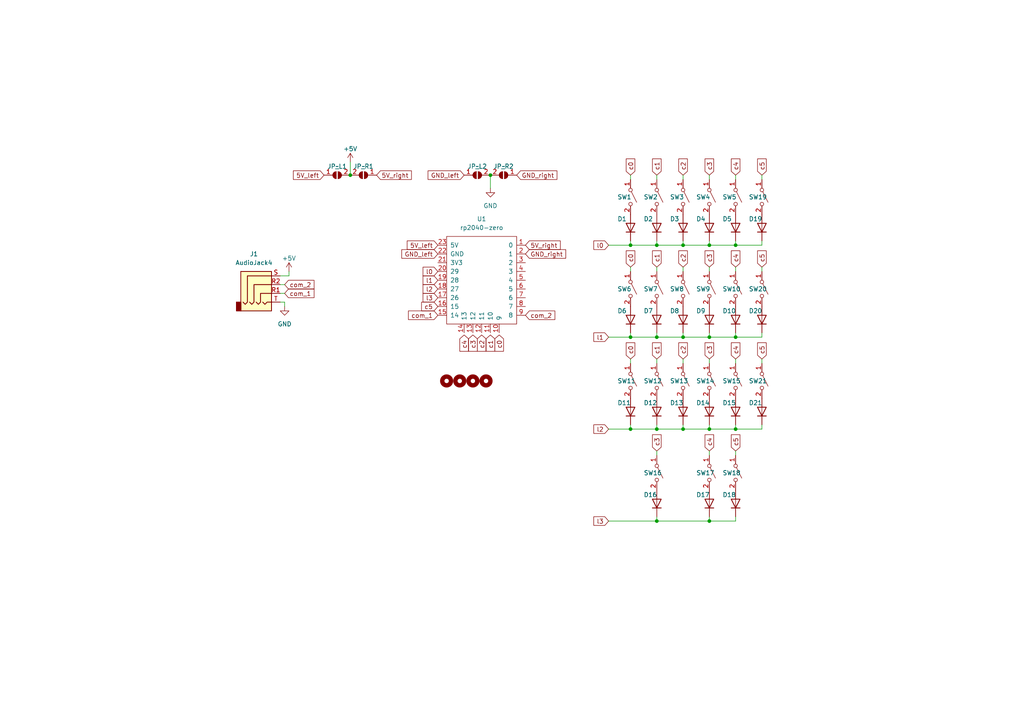
<source format=kicad_sch>
(kicad_sch (version 20230121) (generator eeschema)
  (paper "A4")
  (lib_symbols
    (symbol "Connector_Audio:AudioJack4"
      (property "Reference" "J" (at 0 8.89 0))
      (property "Value" "AudioJack4" (at 0 6.35 0))
      (symbol "AudioJack4_0_1"
        (rectangle (start -6.35 -5.08) (end -7.62 -7.62) (stroke (width 0.254)) (fill (type outline)))
        (polyline (pts (xy 0 -5.08) (xy 0.635 -5.715) (xy 1.27 -5.08) (xy 2.54 -5.08)) (stroke (width 0.254)))
        (polyline (pts (xy -5.715 -5.08) (xy -5.08 -5.715) (xy -4.445 -5.08) (xy -4.445 2.54) (xy 2.54 2.54)) (stroke (width 0.254)))
        (polyline (pts (xy -1.905 -5.08) (xy -1.27 -5.715) (xy -0.635 -5.08) (xy -0.635 -2.54) (xy 2.54 -2.54)) (stroke (width 0.254)))
        (polyline (pts (xy 2.54 0) (xy -2.54 0) (xy -2.54 -5.08) (xy -3.175 -5.715) (xy -3.81 -5.08)) (stroke (width 0.254)))
        (rectangle (start 2.54 3.81) (end -6.35 -7.62) (stroke (width 0.254)) (fill (type background)))
      )
      (symbol "AudioJack4_1_1"
        (pin passive line (at 5.08 -2.54 180) (length 2.54) (name "~") (number "R1"))
        (pin passive line (at 5.08 0 180) (length 2.54) (name "~") (number "R2"))
        (pin passive line (at 5.08 2.54 180) (length 2.54) (name "~") (number "S"))
        (pin passive line (at 5.08 -5.08 180) (length 2.54) (name "~") (number "T"))
      )
    )
    (symbol "Diode:1N4148" (pin_numbers hide) (pin_names hide)
      (property "Reference" "D" (at 0 2.54 0))
      (property "Value" "1N4148" (at 0 -2.54 0))
      (symbol "1N4148_0_1"
        (polyline (pts (xy -1.27 1.27) (xy -1.27 -1.27)) (stroke (width 0.254)))
        (polyline (pts (xy 1.27 0) (xy -1.27 0)))
        (polyline (pts (xy 1.27 1.27) (xy 1.27 -1.27) (xy -1.27 0) (xy 1.27 1.27)) (stroke (width 0.254)))
      )
      (symbol "1N4148_1_1"
        (pin passive line (at -3.81 0 0) (length 2.54) (name "K") (number "1"))
        (pin passive line (at 3.81 0 180) (length 2.54) (name "A") (number "2"))
      )
    )
    (symbol "Jumper:SolderJumper_2_Open" (pin_names (offset 0) hide)
      (property "Reference" "JP" (at 0 2.032 0))
      (property "Value" "SolderJumper_2_Open" (at 0 -2.54 0))
      (symbol "SolderJumper_2_Open_0_1"
        (arc (start -0.254 1.016) (mid -1.2656 0) (end -0.254 -1.016))
        (arc (start -0.254 1.016) (mid -1.2656 0) (end -0.254 -1.016) (fill (type outline)))
        (polyline (pts (xy -0.254 1.016) (xy -0.254 -1.016)))
        (polyline (pts (xy 0.254 1.016) (xy 0.254 -1.016)))
        (arc (start 0.254 -1.016) (mid 1.2656 0) (end 0.254 1.016))
        (arc (start 0.254 -1.016) (mid 1.2656 0) (end 0.254 1.016) (fill (type outline)))
      )
      (symbol "SolderJumper_2_Open_1_1"
        (pin passive line (at -3.81 0 0) (length 2.54) (name "A") (number "1"))
        (pin passive line (at 3.81 0 180) (length 2.54) (name "B") (number "2"))
      )
    )
    (symbol "Mechanical:MountingHole" (pin_names (offset 1.016))
      (property "Reference" "H" (at 0 5.08 0))
      (property "Value" "MountingHole" (at 0 3.175 0))
      (symbol "MountingHole_0_1"
        (circle (center 0 0) (radius 1.27) (stroke (width 1.27)))
      )
    )
    (symbol "Switch:SW_SPST" (pin_names (offset 0) hide)
      (property "Reference" "SW" (at 0 3.175 0))
      (property "Value" "SW_SPST" (at 0 -2.54 0))
      (symbol "SW_SPST_0_0"
        (circle (center -2.032 0) (radius 0.508))
        (polyline (pts (xy -1.524 0.254) (xy 1.524 1.778)))
        (circle (center 2.032 0) (radius 0.508))
      )
      (symbol "SW_SPST_1_1"
        (pin passive line (at -5.08 0 0) (length 2.54) (name "A") (number "1"))
        (pin passive line (at 5.08 0 180) (length 2.54) (name "B") (number "2"))
      )
    )
    (symbol "mcu:rp2040-zero" (pin_names (offset 1.016))
      (property "Reference" "U" (at 0 15.24 0))
      (property "Value" "rp2040-zero" (at 0 12.7 0))
      (symbol "rp2040-zero_0_1"
        (rectangle (start -10.16 11.43) (end 10.16 -13.97))
      )
      (symbol "rp2040-zero_1_1"
        (pin bidirectional line (at 12.7 8.89 180) (length 2.54) (name "0") (number "1"))
        (pin bidirectional line (at 5.08 -16.51 90) (length 2.54) (name "9") (number "10"))
        (pin bidirectional line (at 2.54 -16.51 90) (length 2.54) (name "10") (number "11"))
        (pin bidirectional line (at 0 -16.51 90) (length 2.54) (name "11") (number "12"))
        (pin bidirectional line (at -2.54 -16.51 90) (length 2.54) (name "12") (number "13"))
        (pin bidirectional line (at -5.08 -16.51 90) (length 2.54) (name "13") (number "14"))
        (pin bidirectional line (at -12.7 -11.43 0) (length 2.54) (name "14") (number "15"))
        (pin bidirectional line (at -12.7 -8.89 0) (length 2.54) (name "15") (number "16"))
        (pin bidirectional line (at -12.7 -6.35 0) (length 2.54) (name "26") (number "17"))
        (pin bidirectional line (at -12.7 -3.81 0) (length 2.54) (name "27") (number "18"))
        (pin bidirectional line (at -12.7 -1.27 0) (length 2.54) (name "28") (number "19"))
        (pin bidirectional line (at 12.7 6.35 180) (length 2.54) (name "1") (number "2"))
        (pin bidirectional line (at -12.7 1.27 0) (length 2.54) (name "29") (number "20"))
        (pin power_out line (at -12.7 3.81 0) (length 2.54) (name "3V3") (number "21"))
        (pin power_out line (at -12.7 6.35 0) (length 2.54) (name "GND") (number "22"))
        (pin power_out line (at -12.7 8.89 0) (length 2.54) (name "5V") (number "23"))
        (pin bidirectional line (at 12.7 3.81 180) (length 2.54) (name "2") (number "3"))
        (pin bidirectional line (at 12.7 1.27 180) (length 2.54) (name "3") (number "4"))
        (pin bidirectional line (at 12.7 -1.27 180) (length 2.54) (name "4") (number "5"))
        (pin bidirectional line (at 12.7 -3.81 180) (length 2.54) (name "5") (number "6"))
        (pin bidirectional line (at 12.7 -6.35 180) (length 2.54) (name "6") (number "7"))
        (pin bidirectional line (at 12.7 -8.89 180) (length 2.54) (name "7") (number "8"))
        (pin bidirectional line (at 12.7 -11.43 180) (length 2.54) (name "8") (number "9"))
      )
    )
    (symbol "power:+5V" (power) (pin_names (offset 0))
      (property "Value" "+5V" (at 0 3.556 0))
      (symbol "+5V_0_1"
        (polyline (pts (xy -0.762 1.27) (xy 0 2.54)))
        (polyline (pts (xy 0 0) (xy 0 2.54)))
        (polyline (pts (xy 0 2.54) (xy 0.762 1.27)))
      )
      (symbol "+5V_1_1"
        (pin power_in line (at 0 0 90) (length 0) hide (name "+5V") (number "1"))
      )
    )
    (symbol "power:GND" (power) (pin_names (offset 0))
      (property "Value" "GND" (at 0 -3.81 0))
      (symbol "GND_0_1"
        (polyline (pts (xy 0 0) (xy 0 -1.27) (xy 1.27 -1.27) (xy 0 -2.54) (xy -1.27 -1.27) (xy 0 -1.27)))
      )
      (symbol "GND_1_1"
        (pin power_in line (at 0 0 270) (length 0) hide (name "GND") (number "1"))
      )
    )
  )
  (junction (at 198.12 71.12))
  (junction (at 213.36 97.79))
  (junction (at 142.24 50.8))
  (junction (at 213.36 71.12))
  (junction (at 190.5 124.46))
  (junction (at 198.12 97.79))
  (junction (at 213.36 124.46))
  (junction (at 190.5 151.13))
  (junction (at 190.5 71.12))
  (junction (at 182.88 124.46))
  (junction (at 205.74 97.79))
  (junction (at 198.12 124.46))
  (junction (at 205.74 71.12))
  (junction (at 101.6 50.8))
  (junction (at 205.74 151.13))
  (junction (at 205.74 124.46))
  (junction (at 182.88 97.79))
  (junction (at 190.5 97.79))
  (junction (at 182.88 71.12))
  (wire (pts (xy 205.74 71.12) (xy 213.36 71.12)))
  (wire (pts (xy 198.12 50.8) (xy 198.12 52.07)))
  (wire (pts (xy 176.53 151.13) (xy 190.5 151.13)))
  (wire (pts (xy 205.74 124.46) (xy 213.36 124.46)))
  (wire (pts (xy 213.36 149.86) (xy 213.36 151.13)))
  (wire (pts (xy 182.88 97.79) (xy 190.5 97.79)))
  (wire (pts (xy 198.12 69.85) (xy 198.12 71.12)))
  (wire (pts (xy 83.82 80.01) (xy 81.28 80.01)))
  (wire (pts (xy 182.88 69.85) (xy 182.88 71.12)))
  (wire (pts (xy 101.6 46.99) (xy 101.6 50.8)))
  (wire (pts (xy 220.98 77.47) (xy 220.98 78.74)))
  (wire (pts (xy 205.74 50.8) (xy 205.74 52.07)))
  (wire (pts (xy 190.5 97.79) (xy 198.12 97.79)))
  (wire (pts (xy 213.36 96.52) (xy 213.36 97.79)))
  (wire (pts (xy 205.74 69.85) (xy 205.74 71.12)))
  (wire (pts (xy 205.74 151.13) (xy 213.36 151.13)))
  (wire (pts (xy 198.12 123.19) (xy 198.12 124.46)))
  (wire (pts (xy 190.5 77.47) (xy 190.5 78.74)))
  (wire (pts (xy 182.88 96.52) (xy 182.88 97.79)))
  (wire (pts (xy 176.53 124.46) (xy 182.88 124.46)))
  (wire (pts (xy 220.98 96.52) (xy 220.98 97.79)))
  (wire (pts (xy 190.5 151.13) (xy 205.74 151.13)))
  (wire (pts (xy 213.36 130.81) (xy 213.36 132.08)))
  (wire (pts (xy 213.36 77.47) (xy 213.36 78.74)))
  (wire (pts (xy 182.88 123.19) (xy 182.88 124.46)))
  (wire (pts (xy 205.74 149.86) (xy 205.74 151.13)))
  (wire (pts (xy 213.36 104.14) (xy 213.36 105.41)))
  (wire (pts (xy 176.53 97.79) (xy 182.88 97.79)))
  (wire (pts (xy 182.88 71.12) (xy 190.5 71.12)))
  (wire (pts (xy 205.74 104.14) (xy 205.74 105.41)))
  (wire (pts (xy 190.5 69.85) (xy 190.5 71.12)))
  (wire (pts (xy 220.98 69.85) (xy 220.98 71.12)))
  (wire (pts (xy 81.28 87.63) (xy 82.55 87.63)))
  (wire (pts (xy 182.88 77.47) (xy 182.88 78.74)))
  (wire (pts (xy 220.98 50.8) (xy 220.98 52.07)))
  (wire (pts (xy 190.5 149.86) (xy 190.5 151.13)))
  (wire (pts (xy 198.12 71.12) (xy 205.74 71.12)))
  (wire (pts (xy 205.74 97.79) (xy 213.36 97.79)))
  (wire (pts (xy 190.5 96.52) (xy 190.5 97.79)))
  (wire (pts (xy 198.12 97.79) (xy 205.74 97.79)))
  (wire (pts (xy 83.82 78.74) (xy 83.82 80.01)))
  (wire (pts (xy 198.12 104.14) (xy 198.12 105.41)))
  (wire (pts (xy 213.36 50.8) (xy 213.36 52.07)))
  (wire (pts (xy 190.5 123.19) (xy 190.5 124.46)))
  (wire (pts (xy 205.74 77.47) (xy 205.74 78.74)))
  (wire (pts (xy 182.88 124.46) (xy 190.5 124.46)))
  (wire (pts (xy 220.98 123.19) (xy 220.98 124.46)))
  (wire (pts (xy 213.36 69.85) (xy 213.36 71.12)))
  (wire (pts (xy 142.24 50.8) (xy 142.24 54.61)))
  (wire (pts (xy 182.88 104.14) (xy 182.88 105.41)))
  (wire (pts (xy 213.36 123.19) (xy 213.36 124.46)))
  (wire (pts (xy 190.5 50.8) (xy 190.5 52.07)))
  (wire (pts (xy 81.28 85.09) (xy 82.55 85.09)))
  (wire (pts (xy 198.12 124.46) (xy 205.74 124.46)))
  (wire (pts (xy 205.74 96.52) (xy 205.74 97.79)))
  (wire (pts (xy 82.55 87.63) (xy 82.55 88.9)))
  (wire (pts (xy 190.5 71.12) (xy 198.12 71.12)))
  (wire (pts (xy 213.36 124.46) (xy 220.98 124.46)))
  (wire (pts (xy 182.88 50.8) (xy 182.88 52.07)))
  (wire (pts (xy 81.28 82.55) (xy 82.55 82.55)))
  (wire (pts (xy 205.74 130.81) (xy 205.74 132.08)))
  (wire (pts (xy 190.5 104.14) (xy 190.5 105.41)))
  (wire (pts (xy 198.12 96.52) (xy 198.12 97.79)))
  (wire (pts (xy 190.5 130.81) (xy 190.5 132.08)))
  (wire (pts (xy 213.36 71.12) (xy 220.98 71.12)))
  (wire (pts (xy 176.53 71.12) (xy 182.88 71.12)))
  (wire (pts (xy 213.36 97.79) (xy 220.98 97.79)))
  (wire (pts (xy 220.98 104.14) (xy 220.98 105.41)))
  (wire (pts (xy 190.5 124.46) (xy 198.12 124.46)))
  (wire (pts (xy 198.12 77.47) (xy 198.12 78.74)))
  (wire (pts (xy 205.74 123.19) (xy 205.74 124.46)))
  (global_label "c4" (shape input) (at 213.36 50.8 90) (property "Intersheetrefs" "${INTERSHEET_REFS}" (effects hide)))
  (global_label "l2" (shape input) (at 176.53 124.46 180) (property "Intersheetrefs" "${INTERSHEET_REFS}" (effects hide)))
  (global_label "c4" (shape input) (at 213.36 104.14 90) (property "Intersheetrefs" "${INTERSHEET_REFS}" (effects hide)))
  (global_label "c0" (shape input) (at 182.88 50.8 90) (property "Intersheetrefs" "${INTERSHEET_REFS}" (effects hide)))
  (global_label "com_1" (shape input) (at 82.55 85.09 0) (property "Intersheetrefs" "${INTERSHEET_REFS}" (effects hide)))
  (global_label "c3" (shape input) (at 205.74 77.47 90) (property "Intersheetrefs" "${INTERSHEET_REFS}" (effects hide)))
  (global_label "com_2" (shape input) (at 152.4 91.44 0) (property "Intersheetrefs" "${INTERSHEET_REFS}" (effects hide)))
  (global_label "l1" (shape input) (at 176.53 97.79 180) (property "Intersheetrefs" "${INTERSHEET_REFS}" (effects hide)))
  (global_label "GND_right" (shape input) (at 149.86 50.8 0) (property "Intersheetrefs" "${INTERSHEET_REFS}" (effects hide)))
  (global_label "l1" (shape input) (at 127 81.28 180) (property "Intersheetrefs" "${INTERSHEET_REFS}" (effects hide)))
  (global_label "5V_left" (shape input) (at 127 71.12 180) (property "Intersheetrefs" "${INTERSHEET_REFS}" (effects hide)))
  (global_label "c3" (shape input) (at 190.5 130.81 90) (property "Intersheetrefs" "${INTERSHEET_REFS}" (effects hide)))
  (global_label "c2" (shape input) (at 198.12 50.8 90) (property "Intersheetrefs" "${INTERSHEET_REFS}" (effects hide)))
  (global_label "5V_right" (shape input) (at 109.22 50.8 0) (property "Intersheetrefs" "${INTERSHEET_REFS}" (effects hide)))
  (global_label "l0" (shape input) (at 127 78.74 180) (property "Intersheetrefs" "${INTERSHEET_REFS}" (effects hide)))
  (global_label "GND_left" (shape input) (at 127 73.66 180) (property "Intersheetrefs" "${INTERSHEET_REFS}" (effects hide)))
  (global_label "c5" (shape input) (at 220.98 50.8 90) (property "Intersheetrefs" "${INTERSHEET_REFS}" (effects hide)))
  (global_label "c2" (shape input) (at 198.12 104.14 90) (property "Intersheetrefs" "${INTERSHEET_REFS}" (effects hide)))
  (global_label "c5" (shape input) (at 213.36 130.81 90) (property "Intersheetrefs" "${INTERSHEET_REFS}" (effects hide)))
  (global_label "c2" (shape input) (at 198.12 77.47 90) (property "Intersheetrefs" "${INTERSHEET_REFS}" (effects hide)))
  (global_label "c0" (shape input) (at 182.88 104.14 90) (property "Intersheetrefs" "${INTERSHEET_REFS}" (effects hide)))
  (global_label "GND_right" (shape input) (at 152.4 73.66 0) (property "Intersheetrefs" "${INTERSHEET_REFS}" (effects hide)))
  (global_label "c1" (shape input) (at 190.5 104.14 90) (property "Intersheetrefs" "${INTERSHEET_REFS}" (effects hide)))
  (global_label "l3" (shape input) (at 127 86.36 180) (property "Intersheetrefs" "${INTERSHEET_REFS}" (effects hide)))
  (global_label "l3" (shape input) (at 176.53 151.13 180) (property "Intersheetrefs" "${INTERSHEET_REFS}" (effects hide)))
  (global_label "c4" (shape input) (at 213.36 77.47 90) (property "Intersheetrefs" "${INTERSHEET_REFS}" (effects hide)))
  (global_label "5V_right" (shape input) (at 152.4 71.12 0) (property "Intersheetrefs" "${INTERSHEET_REFS}" (effects hide)))
  (global_label "com_2" (shape input) (at 82.55 82.55 0) (property "Intersheetrefs" "${INTERSHEET_REFS}" (effects hide)))
  (global_label "l2" (shape input) (at 127 83.82 180) (property "Intersheetrefs" "${INTERSHEET_REFS}" (effects hide)))
  (global_label "c0" (shape input) (at 144.78 97.155 270) (property "Intersheetrefs" "${INTERSHEET_REFS}" (effects hide)))
  (global_label "c2" (shape input) (at 139.7 97.155 270) (property "Intersheetrefs" "${INTERSHEET_REFS}" (effects hide)))
  (global_label "c5" (shape input) (at 127 88.9 180) (property "Intersheetrefs" "${INTERSHEET_REFS}" (effects hide)))
  (global_label "c5" (shape input) (at 220.98 77.47 90) (property "Intersheetrefs" "${INTERSHEET_REFS}" (effects hide)))
  (global_label "c3" (shape input) (at 205.74 104.14 90) (property "Intersheetrefs" "${INTERSHEET_REFS}" (effects hide)))
  (global_label "c1" (shape input) (at 190.5 77.47 90) (property "Intersheetrefs" "${INTERSHEET_REFS}" (effects hide)))
  (global_label "c1" (shape input) (at 190.5 50.8 90) (property "Intersheetrefs" "${INTERSHEET_REFS}" (effects hide)))
  (global_label "l0" (shape input) (at 176.53 71.12 180) (property "Intersheetrefs" "${INTERSHEET_REFS}" (effects hide)))
  (global_label "5V_left" (shape input) (at 93.98 50.8 180) (property "Intersheetrefs" "${INTERSHEET_REFS}" (effects hide)))
  (global_label "c1" (shape input) (at 142.24 97.155 270) (property "Intersheetrefs" "${INTERSHEET_REFS}" (effects hide)))
  (global_label "com_1" (shape input) (at 127 91.44 180) (property "Intersheetrefs" "${INTERSHEET_REFS}" (effects hide)))
  (global_label "c4" (shape input) (at 205.74 130.81 90) (property "Intersheetrefs" "${INTERSHEET_REFS}" (effects hide)))
  (global_label "c3" (shape input) (at 137.16 97.155 270) (property "Intersheetrefs" "${INTERSHEET_REFS}" (effects hide)))
  (global_label "c0" (shape input) (at 182.88 77.47 90) (property "Intersheetrefs" "${INTERSHEET_REFS}" (effects hide)))
  (global_label "c3" (shape input) (at 205.74 50.8 90) (property "Intersheetrefs" "${INTERSHEET_REFS}" (effects hide)))
  (global_label "c5" (shape input) (at 220.98 104.14 90) (property "Intersheetrefs" "${INTERSHEET_REFS}" (effects hide)))
  (global_label "GND_left" (shape input) (at 134.62 50.8 180) (property "Intersheetrefs" "${INTERSHEET_REFS}" (effects hide)))
  (global_label "c4" (shape input) (at 134.62 97.155 270) (property "Intersheetrefs" "${INTERSHEET_REFS}" (effects hide)))
  (symbol (lib_id "power:+5V") (at 101.6 46.99 0) (unit 1)
    (property "Reference" "#PWR01" (effects hide))
    (property "Value" "+5V" (at 101.6 43.18 0))
  )
  (symbol (lib_id "Diode:1N4148") (at 205.74 119.38 90) (unit 1)
    (property "Reference" "D14" (at 201.93 116.84 90) (effects (justify right)))
    (property "Value" "1N4148" (effects hide))
    (property "Footprint" "Diode_THT:D_DO-35_SOD27_P7.62mm_Horizontal" (effects hide))
    (property "Datasheet" "https://assets.nexperia.com/documents/data-sheet/1N4148_1N4448.pdf" (effects hide))
    (property "Sim.Device" "D" (effects hide))
    (property "Sim.Pins" "1=K 2=A" (effects hide))
  )
  (symbol (lib_id "Jumper:SolderJumper_2_Open") (at 138.43 50.8 0) (unit 1)
    (property "Reference" "JP_L2" (at 138.43 48.26 0))
    (property "Value" "~" (at 138.43 48.26 0))
    (property "Footprint" "lib:SolderJumper-2_P1.3mm_Open_RoundedPad1.0x1.5mm" (effects hide))
  )
  (symbol (lib_id "Jumper:SolderJumper_2_Open") (at 146.05 50.8 0) (mirror y) (unit 1)
    (property "Reference" "JP_R2" (at 146.05 48.26 0))
    (property "Value" "~" (at 146.05 48.26 0))
    (property "Footprint" "lib:SolderJumper-2_P1.3mm_Open_RoundedPad1.0x1.5mm" (effects hide))
  )
  (symbol (lib_id "Diode:1N4148") (at 182.88 119.38 90) (unit 1)
    (property "Reference" "D11" (at 179.07 116.84 90) (effects (justify right)))
    (property "Value" "1N4148" (effects hide))
    (property "Footprint" "Diode_THT:D_DO-35_SOD27_P7.62mm_Horizontal" (effects hide))
    (property "Datasheet" "https://assets.nexperia.com/documents/data-sheet/1N4148_1N4448.pdf" (effects hide))
    (property "Sim.Device" "D" (effects hide))
    (property "Sim.Pins" "1=K 2=A" (effects hide))
  )
  (symbol (lib_id "Switch:SW_SPST") (at 205.74 137.16 270) (unit 1)
    (property "Reference" "SW17" (at 201.93 137.16 90) (effects (justify left)))
    (property "Value" "SW_SPST" (effects hide))
    (property "Footprint" "lib:SW_MX_reversible" (effects hide))
  )
  (symbol (lib_id "power:GND") (at 142.24 54.61 0) (unit 1)
    (property "Reference" "#PWR02" (effects hide))
    (property "Value" "GND" (at 142.24 59.69 0))
  )
  (symbol (lib_id "Switch:SW_SPST") (at 213.36 110.49 270) (unit 1)
    (property "Reference" "SW15" (at 209.55 110.49 90) (effects (justify left)))
    (property "Value" "SW_SPST" (effects hide))
    (property "Footprint" "lib:SW_MX_reversible" (effects hide))
  )
  (symbol (lib_id "Switch:SW_SPST") (at 182.88 110.49 270) (unit 1)
    (property "Reference" "SW11" (at 179.07 110.49 90) (effects (justify left)))
    (property "Value" "SW_SPST" (effects hide))
    (property "Footprint" "lib:SW_MX_reversible" (effects hide))
  )
  (symbol (lib_id "Switch:SW_SPST") (at 190.5 137.16 270) (unit 1)
    (property "Reference" "SW16" (at 186.69 137.16 90) (effects (justify left)))
    (property "Value" "SW_SPST" (effects hide))
    (property "Footprint" "lib:SW_MX_reversible" (effects hide))
  )
  (symbol (lib_id "Switch:SW_SPST") (at 220.98 83.82 270) (unit 1)
    (property "Reference" "SW20" (at 217.17 83.82 90) (effects (justify left)))
    (property "Value" "SW_SPST" (effects hide))
    (property "Footprint" "lib:SW_MX_reversible" (effects hide))
  )
  (symbol (lib_id "Diode:1N4148") (at 182.88 66.04 90) (unit 1)
    (property "Reference" "D1" (at 179.07 63.5 90) (effects (justify right)))
    (property "Value" "1N4148" (effects hide))
    (property "Footprint" "Diode_THT:D_DO-35_SOD27_P7.62mm_Horizontal" (effects hide))
    (property "Datasheet" "https://assets.nexperia.com/documents/data-sheet/1N4148_1N4448.pdf" (effects hide))
    (property "Sim.Device" "D" (effects hide))
    (property "Sim.Pins" "1=K 2=A" (effects hide))
  )
  (symbol (lib_id "Switch:SW_SPST") (at 220.98 57.15 270) (unit 1)
    (property "Reference" "SW19" (at 217.17 57.15 90) (effects (justify left)))
    (property "Value" "SW_SPST" (effects hide))
    (property "Footprint" "lib:SW_MX_reversible" (effects hide))
  )
  (symbol (lib_id "Diode:1N4148") (at 220.98 92.71 90) (unit 1)
    (property "Reference" "D20" (at 217.17 90.17 90) (effects (justify right)))
    (property "Value" "1N4148" (effects hide))
    (property "Footprint" "Diode_THT:D_DO-35_SOD27_P7.62mm_Horizontal" (effects hide))
    (property "Datasheet" "https://assets.nexperia.com/documents/data-sheet/1N4148_1N4448.pdf" (effects hide))
    (property "Sim.Device" "D" (effects hide))
    (property "Sim.Pins" "1=K 2=A" (effects hide))
  )
  (symbol (lib_id "Switch:SW_SPST") (at 205.74 110.49 270) (unit 1)
    (property "Reference" "SW14" (at 201.93 110.49 90) (effects (justify left)))
    (property "Value" "SW_SPST" (effects hide))
    (property "Footprint" "lib:SW_MX_reversible" (effects hide))
  )
  (symbol (lib_id "Connector_Audio:AudioJack4") (at 76.2 82.55 0) (unit 1)
    (property "Reference" "J1" (at 73.66 73.66 0))
    (property "Value" "AudioJack4" (at 73.66 76.2 0))
    (property "Footprint" "lib:TRRS-PJ-320A_reversible_2" (effects hide))
  )
  (symbol (lib_id "Switch:SW_SPST") (at 182.88 83.82 270) (unit 1)
    (property "Reference" "SW6" (at 179.07 83.82 90) (effects (justify left)))
    (property "Value" "SW_SPST" (effects hide))
    (property "Footprint" "lib:SW_MX_reversible" (effects hide))
  )
  (symbol (lib_id "Diode:1N4148") (at 198.12 66.04 90) (unit 1)
    (property "Reference" "D3" (at 194.31 63.5 90) (effects (justify right)))
    (property "Value" "1N4148" (effects hide))
    (property "Footprint" "Diode_THT:D_DO-35_SOD27_P7.62mm_Horizontal" (effects hide))
    (property "Datasheet" "https://assets.nexperia.com/documents/data-sheet/1N4148_1N4448.pdf" (effects hide))
    (property "Sim.Device" "D" (effects hide))
    (property "Sim.Pins" "1=K 2=A" (effects hide))
  )
  (symbol (lib_id "Switch:SW_SPST") (at 198.12 57.15 270) (unit 1)
    (property "Reference" "SW3" (at 194.31 57.15 90) (effects (justify left)))
    (property "Value" "SW_SPST" (effects hide))
    (property "Footprint" "lib:SW_MX_reversible" (effects hide))
  )
  (symbol (lib_id "Diode:1N4148") (at 182.88 92.71 90) (unit 1)
    (property "Reference" "D6" (at 179.07 90.17 90) (effects (justify right)))
    (property "Value" "1N4148" (effects hide))
    (property "Footprint" "Diode_THT:D_DO-35_SOD27_P7.62mm_Horizontal" (effects hide))
    (property "Datasheet" "https://assets.nexperia.com/documents/data-sheet/1N4148_1N4448.pdf" (effects hide))
    (property "Sim.Device" "D" (effects hide))
    (property "Sim.Pins" "1=K 2=A" (effects hide))
  )
  (symbol (lib_id "Switch:SW_SPST") (at 220.98 110.49 270) (unit 1)
    (property "Reference" "SW21" (at 217.17 110.49 90) (effects (justify left)))
    (property "Value" "SW_SPST" (effects hide))
    (property "Footprint" "lib:SW_MX_reversible" (effects hide))
  )
  (symbol (lib_id "Diode:1N4148") (at 190.5 66.04 90) (unit 1)
    (property "Reference" "D2" (at 186.69 63.5 90) (effects (justify right)))
    (property "Value" "1N4148" (effects hide))
    (property "Footprint" "Diode_THT:D_DO-35_SOD27_P7.62mm_Horizontal" (effects hide))
    (property "Datasheet" "https://assets.nexperia.com/documents/data-sheet/1N4148_1N4448.pdf" (effects hide))
    (property "Sim.Device" "D" (effects hide))
    (property "Sim.Pins" "1=K 2=A" (effects hide))
  )
  (symbol (lib_id "Switch:SW_SPST") (at 190.5 110.49 270) (unit 1)
    (property "Reference" "SW12" (at 186.69 110.49 90) (effects (justify left)))
    (property "Value" "SW_SPST" (effects hide))
    (property "Footprint" "lib:SW_MX_reversible" (effects hide))
  )
  (symbol (lib_id "Diode:1N4148") (at 213.36 146.05 90) (unit 1)
    (property "Reference" "D18" (at 209.55 143.51 90) (effects (justify right)))
    (property "Value" "1N4148" (effects hide))
    (property "Footprint" "Diode_THT:D_DO-35_SOD27_P7.62mm_Horizontal" (effects hide))
    (property "Datasheet" "https://assets.nexperia.com/documents/data-sheet/1N4148_1N4448.pdf" (effects hide))
    (property "Sim.Device" "D" (effects hide))
    (property "Sim.Pins" "1=K 2=A" (effects hide))
  )
  (symbol (lib_id "Diode:1N4148") (at 198.12 119.38 90) (unit 1)
    (property "Reference" "D13" (at 194.31 116.84 90) (effects (justify right)))
    (property "Value" "1N4148" (effects hide))
    (property "Footprint" "Diode_THT:D_DO-35_SOD27_P7.62mm_Horizontal" (effects hide))
    (property "Datasheet" "https://assets.nexperia.com/documents/data-sheet/1N4148_1N4448.pdf" (effects hide))
    (property "Sim.Device" "D" (effects hide))
    (property "Sim.Pins" "1=K 2=A" (effects hide))
  )
  (symbol (lib_id "Diode:1N4148") (at 198.12 92.71 90) (unit 1)
    (property "Reference" "D8" (at 194.31 90.17 90) (effects (justify right)))
    (property "Value" "1N4148" (effects hide))
    (property "Footprint" "Diode_THT:D_DO-35_SOD27_P7.62mm_Horizontal" (effects hide))
    (property "Datasheet" "https://assets.nexperia.com/documents/data-sheet/1N4148_1N4448.pdf" (effects hide))
    (property "Sim.Device" "D" (effects hide))
    (property "Sim.Pins" "1=K 2=A" (effects hide))
  )
  (symbol (lib_id "Jumper:SolderJumper_2_Open") (at 105.41 50.8 0) (mirror y) (unit 1)
    (property "Reference" "JP_R1" (at 105.41 48.26 0))
    (property "Value" "~" (at 105.41 48.26 0))
    (property "Footprint" "lib:SolderJumper-2_P1.3mm_Open_RoundedPad1.0x1.5mm" (effects hide))
  )
  (symbol (lib_id "Switch:SW_SPST") (at 190.5 57.15 270) (unit 1)
    (property "Reference" "SW2" (at 186.69 57.15 90) (effects (justify left)))
    (property "Value" "SW_SPST" (effects hide))
    (property "Footprint" "lib:SW_MX_reversible" (effects hide))
  )
  (symbol (lib_id "Diode:1N4148") (at 205.74 66.04 90) (unit 1)
    (property "Reference" "D4" (at 201.93 63.5 90) (effects (justify right)))
    (property "Value" "1N4148" (effects hide))
    (property "Footprint" "Diode_THT:D_DO-35_SOD27_P7.62mm_Horizontal" (effects hide))
    (property "Datasheet" "https://assets.nexperia.com/documents/data-sheet/1N4148_1N4448.pdf" (effects hide))
    (property "Sim.Device" "D" (effects hide))
    (property "Sim.Pins" "1=K 2=A" (effects hide))
  )
  (symbol (lib_id "mcu:rp2040-zero") (at 139.7 80.01 0) (unit 1)
    (property "Reference" "U1" (at 139.7 63.5 0))
    (property "Value" "rp2040-zero" (at 139.7 66.04 0))
    (property "Footprint" "_mcu:rp2040-zero-tht" (effects hide))
  )
  (symbol (lib_id "Diode:1N4148") (at 205.74 92.71 90) (unit 1)
    (property "Reference" "D9" (at 201.93 90.17 90) (effects (justify right)))
    (property "Value" "1N4148" (effects hide))
    (property "Footprint" "Diode_THT:D_DO-35_SOD27_P7.62mm_Horizontal" (effects hide))
    (property "Datasheet" "https://assets.nexperia.com/documents/data-sheet/1N4148_1N4448.pdf" (effects hide))
    (property "Sim.Device" "D" (effects hide))
    (property "Sim.Pins" "1=K 2=A" (effects hide))
  )
  (symbol (lib_id "Diode:1N4148") (at 205.74 146.05 90) (unit 1)
    (property "Reference" "D17" (at 201.93 143.51 90) (effects (justify right)))
    (property "Value" "1N4148" (effects hide))
    (property "Footprint" "Diode_THT:D_DO-35_SOD27_P7.62mm_Horizontal" (effects hide))
    (property "Datasheet" "https://assets.nexperia.com/documents/data-sheet/1N4148_1N4448.pdf" (effects hide))
    (property "Sim.Device" "D" (effects hide))
    (property "Sim.Pins" "1=K 2=A" (effects hide))
  )
  (symbol (lib_id "Mechanical:MountingHole") (at 137.16 110.49 0) (unit 1)
    (property "Reference" "H3" (effects hide))
    (property "Value" "MountingHole" (effects hide))
    (property "Footprint" "MountingHole:MountingHole_2.2mm_M2" (effects hide))
  )
  (symbol (lib_id "Mechanical:MountingHole") (at 133.35 110.49 0) (unit 1)
    (property "Reference" "H2" (effects hide))
    (property "Value" "MountingHole" (effects hide))
    (property "Footprint" "MountingHole:MountingHole_2.2mm_M2" (effects hide))
  )
  (symbol (lib_id "Switch:SW_SPST") (at 213.36 137.16 270) (unit 1)
    (property "Reference" "SW18" (at 209.55 137.16 90) (effects (justify left)))
    (property "Value" "SW_SPST" (effects hide))
    (property "Footprint" "lib:SW_MX_reversible" (effects hide))
  )
  (symbol (lib_id "Mechanical:MountingHole") (at 129.54 110.49 0) (unit 1)
    (property "Reference" "H1" (effects hide))
    (property "Value" "MountingHole" (effects hide))
    (property "Footprint" "MountingHole:MountingHole_2.2mm_M2" (effects hide))
  )
  (symbol (lib_id "Switch:SW_SPST") (at 205.74 83.82 270) (unit 1)
    (property "Reference" "SW9" (at 201.93 83.82 90) (effects (justify left)))
    (property "Value" "SW_SPST" (effects hide))
    (property "Footprint" "lib:SW_MX_reversible" (effects hide))
  )
  (symbol (lib_id "Diode:1N4148") (at 190.5 92.71 90) (unit 1)
    (property "Reference" "D7" (at 186.69 90.17 90) (effects (justify right)))
    (property "Value" "1N4148" (effects hide))
    (property "Footprint" "Diode_THT:D_DO-35_SOD27_P7.62mm_Horizontal" (effects hide))
    (property "Datasheet" "https://assets.nexperia.com/documents/data-sheet/1N4148_1N4448.pdf" (effects hide))
    (property "Sim.Device" "D" (effects hide))
    (property "Sim.Pins" "1=K 2=A" (effects hide))
  )
  (symbol (lib_id "Diode:1N4148") (at 190.5 146.05 90) (unit 1)
    (property "Reference" "D16" (at 186.69 143.51 90) (effects (justify right)))
    (property "Value" "1N4148" (effects hide))
    (property "Footprint" "Diode_THT:D_DO-35_SOD27_P7.62mm_Horizontal" (effects hide))
    (property "Datasheet" "https://assets.nexperia.com/documents/data-sheet/1N4148_1N4448.pdf" (effects hide))
    (property "Sim.Device" "D" (effects hide))
    (property "Sim.Pins" "1=K 2=A" (effects hide))
  )
  (symbol (lib_id "Switch:SW_SPST") (at 190.5 83.82 270) (unit 1)
    (property "Reference" "SW7" (at 186.69 83.82 90) (effects (justify left)))
    (property "Value" "SW_SPST" (effects hide))
    (property "Footprint" "lib:SW_MX_reversible" (effects hide))
  )
  (symbol (lib_id "Diode:1N4148") (at 190.5 119.38 90) (unit 1)
    (property "Reference" "D12" (at 186.69 116.84 90) (effects (justify right)))
    (property "Value" "1N4148" (effects hide))
    (property "Footprint" "Diode_THT:D_DO-35_SOD27_P7.62mm_Horizontal" (effects hide))
    (property "Datasheet" "https://assets.nexperia.com/documents/data-sheet/1N4148_1N4448.pdf" (effects hide))
    (property "Sim.Device" "D" (effects hide))
    (property "Sim.Pins" "1=K 2=A" (effects hide))
  )
  (symbol (lib_id "Switch:SW_SPST") (at 198.12 83.82 270) (unit 1)
    (property "Reference" "SW8" (at 194.31 83.82 90) (effects (justify left)))
    (property "Value" "SW_SPST" (effects hide))
    (property "Footprint" "lib:SW_MX_reversible" (effects hide))
  )
  (symbol (lib_id "Diode:1N4148") (at 220.98 119.38 90) (unit 1)
    (property "Reference" "D21" (at 217.17 116.84 90) (effects (justify right)))
    (property "Value" "1N4148" (effects hide))
    (property "Footprint" "Diode_THT:D_DO-35_SOD27_P7.62mm_Horizontal" (effects hide))
    (property "Datasheet" "https://assets.nexperia.com/documents/data-sheet/1N4148_1N4448.pdf" (effects hide))
    (property "Sim.Device" "D" (effects hide))
    (property "Sim.Pins" "1=K 2=A" (effects hide))
  )
  (symbol (lib_id "Switch:SW_SPST") (at 213.36 83.82 270) (unit 1)
    (property "Reference" "SW10" (at 209.55 83.82 90) (effects (justify left)))
    (property "Value" "SW_SPST" (effects hide))
    (property "Footprint" "lib:SW_MX_reversible" (effects hide))
  )
  (symbol (lib_id "Switch:SW_SPST") (at 182.88 57.15 270) (unit 1)
    (property "Reference" "SW1" (at 179.07 57.15 90) (effects (justify left)))
    (property "Value" "SW_SPST" (effects hide))
    (property "Footprint" "lib:SW_MX_reversible" (effects hide))
  )
  (symbol (lib_id "Diode:1N4148") (at 220.98 66.04 90) (unit 1)
    (property "Reference" "D19" (at 217.17 63.5 90) (effects (justify right)))
    (property "Value" "1N4148" (effects hide))
    (property "Footprint" "Diode_THT:D_DO-35_SOD27_P7.62mm_Horizontal" (effects hide))
    (property "Datasheet" "https://assets.nexperia.com/documents/data-sheet/1N4148_1N4448.pdf" (effects hide))
    (property "Sim.Device" "D" (effects hide))
    (property "Sim.Pins" "1=K 2=A" (effects hide))
  )
  (symbol (lib_id "power:GND") (at 82.55 88.9 0) (unit 1)
    (property "Reference" "#PWR04" (effects hide))
    (property "Value" "GND" (at 82.55 93.98 0))
  )
  (symbol (lib_id "Switch:SW_SPST") (at 198.12 110.49 270) (unit 1)
    (property "Reference" "SW13" (at 194.31 110.49 90) (effects (justify left)))
    (property "Value" "SW_SPST" (effects hide))
    (property "Footprint" "lib:SW_MX_reversible" (effects hide))
  )
  (symbol (lib_id "power:+5V") (at 83.82 78.74 0) (unit 1)
    (property "Reference" "#PWR03" (effects hide))
    (property "Value" "+5V" (at 83.82 74.93 0))
  )
  (symbol (lib_id "Switch:SW_SPST") (at 213.36 57.15 270) (unit 1)
    (property "Reference" "SW5" (at 209.55 57.15 90) (effects (justify left)))
    (property "Value" "SW_SPST" (effects hide))
    (property "Footprint" "lib:SW_MX_reversible" (effects hide))
  )
  (symbol (lib_id "Diode:1N4148") (at 213.36 92.71 90) (unit 1)
    (property "Reference" "D10" (at 209.55 90.17 90) (effects (justify right)))
    (property "Value" "1N4148" (effects hide))
    (property "Footprint" "Diode_THT:D_DO-35_SOD27_P7.62mm_Horizontal" (effects hide))
    (property "Datasheet" "https://assets.nexperia.com/documents/data-sheet/1N4148_1N4448.pdf" (effects hide))
    (property "Sim.Device" "D" (effects hide))
    (property "Sim.Pins" "1=K 2=A" (effects hide))
  )
  (symbol (lib_id "Mechanical:MountingHole") (at 140.97 110.49 0) (unit 1)
    (property "Reference" "H4" (effects hide))
    (property "Value" "MountingHole" (effects hide))
    (property "Footprint" "MountingHole:MountingHole_2.2mm_M2" (effects hide))
  )
  (symbol (lib_id "Diode:1N4148") (at 213.36 66.04 90) (unit 1)
    (property "Reference" "D5" (at 209.55 63.5 90) (effects (justify right)))
    (property "Value" "1N4148" (effects hide))
    (property "Footprint" "Diode_THT:D_DO-35_SOD27_P7.62mm_Horizontal" (effects hide))
    (property "Datasheet" "https://assets.nexperia.com/documents/data-sheet/1N4148_1N4448.pdf" (effects hide))
    (property "Sim.Device" "D" (effects hide))
    (property "Sim.Pins" "1=K 2=A" (effects hide))
  )
  (symbol (lib_id "Diode:1N4148") (at 213.36 119.38 90) (unit 1)
    (property "Reference" "D15" (at 209.55 116.84 90) (effects (justify right)))
    (property "Value" "1N4148" (effects hide))
    (property "Footprint" "Diode_THT:D_DO-35_SOD27_P7.62mm_Horizontal" (effects hide))
    (property "Datasheet" "https://assets.nexperia.com/documents/data-sheet/1N4148_1N4448.pdf" (effects hide))
    (property "Sim.Device" "D" (effects hide))
    (property "Sim.Pins" "1=K 2=A" (effects hide))
  )
  (symbol (lib_id "Switch:SW_SPST") (at 205.74 57.15 270) (unit 1)
    (property "Reference" "SW4" (at 201.93 57.15 90) (effects (justify left)))
    (property "Value" "SW_SPST" (effects hide))
    (property "Footprint" "lib:SW_MX_reversible" (effects hide))
  )
  (symbol (lib_id "Jumper:SolderJumper_2_Open") (at 97.79 50.8 0) (unit 1)
    (property "Reference" "JP_L1" (at 97.79 48.26 0))
    (property "Value" "~" (at 97.79 48.26 0))
    (property "Footprint" "lib:SolderJumper-2_P1.3mm_Open_RoundedPad1.0x1.5mm" (effects hide))
  )
)
</source>
